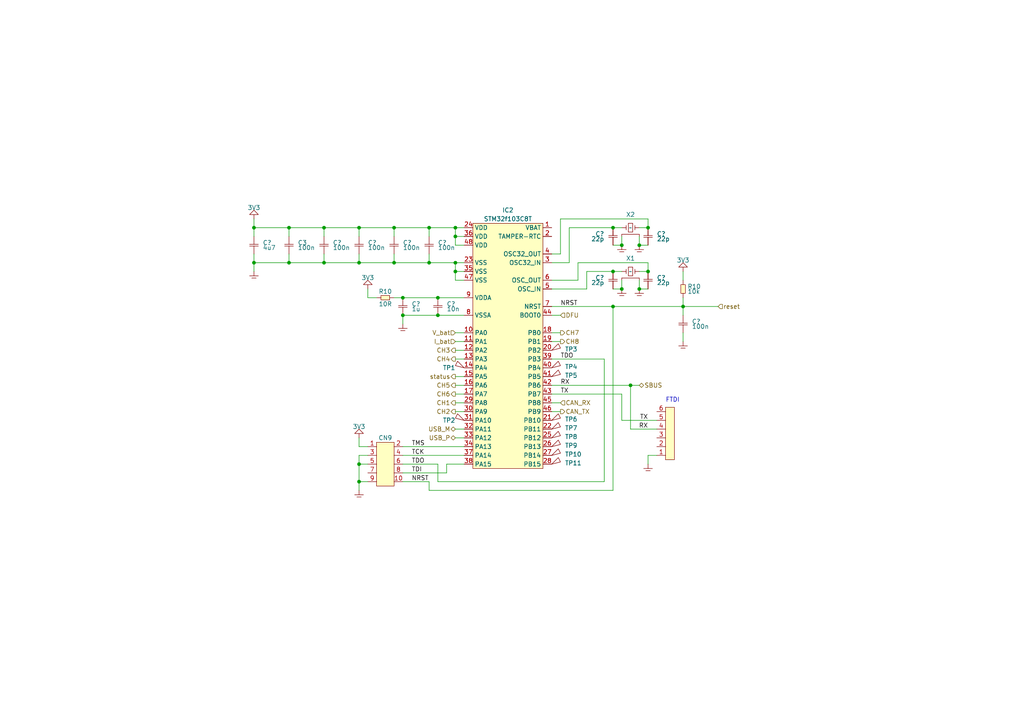
<source format=kicad_sch>
(kicad_sch (version 20230121) (generator eeschema)
  (paper "A4")
  (title_block (title "CAN bus to RC servo adapter") (date "2024-01-14") (rev "0") (comment 1 "Microcontroller and programming headers"))
  (lib_symbols
    (symbol "MCU:STM32f103C8T"
      (property "Reference" "IC?" (at 0 35.56 0))
      (property "Value" "STM32f103C8T" (at 0 33.02 0))
      (property "DigiKey" "497-17666-1-ND" (at 0 0 0))
      (property "MPN" "STM32F103C8T6TR" (at 0 0 0))
      (symbol "STM32f103C8T_1_1"
        (rectangle (start -10.16 29.21) (end 10.16 -41.91) (fill (type background)))
        (pin input line (at 12.7 27.94 180) (length 2.54) (name "VBAT") (number "1"))
        (pin bidirectional line (at -12.7 -2.54 0) (length 2.54) (name "PA0") (number "10"))
        (pin bidirectional line (at -12.7 -5.08 0) (length 2.54) (name "PA1") (number "11"))
        (pin bidirectional line (at -12.7 -7.62 0) (length 2.54) (name "PA2") (number "12"))
        (pin bidirectional line (at -12.7 -10.16 0) (length 2.54) (name "PA3") (number "13"))
        (pin bidirectional line (at -12.7 -12.7 0) (length 2.54) (name "PA4") (number "14"))
        (pin bidirectional line (at -12.7 -15.24 0) (length 2.54) (name "PA5") (number "15"))
        (pin bidirectional line (at -12.7 -17.78 0) (length 2.54) (name "PA6") (number "16"))
        (pin bidirectional line (at -12.7 -20.32 0) (length 2.54) (name "PA7") (number "17"))
        (pin bidirectional line (at 12.7 -2.54 180) (length 2.54) (name "PB0") (number "18"))
        (pin bidirectional line (at 12.7 -5.08 180) (length 2.54) (name "PB1") (number "19"))
        (pin bidirectional line (at 12.7 25.4 180) (length 2.54) (name "TAMPER-RTC") (number "2"))
        (pin bidirectional line (at 12.7 -7.62 180) (length 2.54) (name "PB2") (number "20"))
        (pin bidirectional line (at 12.7 -27.94 180) (length 2.54) (name "PB10") (number "21"))
        (pin bidirectional line (at 12.7 -30.48 180) (length 2.54) (name "PB11") (number "22"))
        (pin power_in line (at -12.7 17.78 0) (length 2.54) (name "VSS") (number "23"))
        (pin power_in line (at -12.7 27.94 0) (length 2.54) (name "VDD") (number "24"))
        (pin bidirectional line (at 12.7 -33.02 180) (length 2.54) (name "PB12") (number "25"))
        (pin bidirectional line (at 12.7 -35.56 180) (length 2.54) (name "PB13") (number "26"))
        (pin bidirectional line (at 12.7 -38.1 180) (length 2.54) (name "PB14") (number "27"))
        (pin bidirectional line (at 12.7 -40.64 180) (length 2.54) (name "PB15") (number "28"))
        (pin bidirectional line (at -12.7 -22.86 0) (length 2.54) (name "PA8") (number "29"))
        (pin input line (at 12.7 17.78 180) (length 2.54) (name "OSC32_IN") (number "3"))
        (pin bidirectional line (at -12.7 -25.4 0) (length 2.54) (name "PA9") (number "30"))
        (pin bidirectional line (at -12.7 -27.94 0) (length 2.54) (name "PA10") (number "31"))
        (pin bidirectional line (at -12.7 -30.48 0) (length 2.54) (name "PA11") (number "32"))
        (pin bidirectional line (at -12.7 -33.02 0) (length 2.54) (name "PA12") (number "33"))
        (pin bidirectional line (at -12.7 -35.56 0) (length 2.54) (name "PA13") (number "34"))
        (pin power_in line (at -12.7 15.24 0) (length 2.54) (name "VSS") (number "35"))
        (pin power_in line (at -12.7 25.4 0) (length 2.54) (name "VDD") (number "36"))
        (pin bidirectional line (at -12.7 -38.1 0) (length 2.54) (name "PA14") (number "37"))
        (pin bidirectional line (at -12.7 -40.64 0) (length 2.54) (name "PA15") (number "38"))
        (pin bidirectional line (at 12.7 -10.16 180) (length 2.54) (name "PB3") (number "39"))
        (pin output line (at 12.7 20.32 180) (length 2.54) (name "OSC32_OUT") (number "4"))
        (pin bidirectional line (at 12.7 -12.7 180) (length 2.54) (name "PB4") (number "40"))
        (pin bidirectional line (at 12.7 -15.24 180) (length 2.54) (name "PB5") (number "41"))
        (pin bidirectional line (at 12.7 -17.78 180) (length 2.54) (name "PB6") (number "42"))
        (pin bidirectional line (at 12.7 -20.32 180) (length 2.54) (name "PB7") (number "43"))
        (pin input line (at 12.7 2.54 180) (length 2.54) (name "BOOT0") (number "44"))
        (pin bidirectional line (at 12.7 -22.86 180) (length 2.54) (name "PB8") (number "45"))
        (pin bidirectional line (at 12.7 -25.4 180) (length 2.54) (name "PB9") (number "46"))
        (pin power_in line (at -12.7 12.7 0) (length 2.54) (name "VSS") (number "47"))
        (pin power_in line (at -12.7 22.86 0) (length 2.54) (name "VDD") (number "48"))
        (pin input line (at 12.7 10.16 180) (length 2.54) (name "OSC_IN") (number "5"))
        (pin output line (at 12.7 12.7 180) (length 2.54) (name "OSC_OUT") (number "6"))
        (pin input line (at 12.7 5.08 180) (length 2.54) (name "NRST") (number "7"))
        (pin power_in line (at -12.7 2.54 0) (length 2.54) (name "VSSA") (number "8"))
        (pin power_in line (at -12.7 7.62 0) (length 2.54) (name "VDDA") (number "9"))
      )
    )
    (symbol "PCB:test_point" (pin_numbers hide) (pin_names (offset 0) hide)
      (property "Reference" "TP" (at 5.08 1.27 0))
      (symbol "test_point_0_1"
        (polyline (pts (xy 0 0) (xy 0 0)))
        (polyline (pts (xy 0 0) (xy 2.54 0.635) (xy 1.905 1.905) (xy 0 0)))
      )
      (symbol "test_point_1_1"
        (pin output line (at 0 0 0) (length 2.54) hide (name "TP") (number "1"))
      )
    )
    (symbol "generic:3V3" (power) (pin_numbers hide) (pin_names (offset 0) hide)
      (property "Value" "3V3" (at 0 3.81 0))
      (symbol "3V3_0_1"
        (polyline (pts (xy 0 0) (xy 0 1.27) (xy -1.27 1.27) (xy 0 2.54) (xy 1.27 1.27) (xy 0 1.27)))
      )
      (symbol "3V3_1_1"
        (pin power_in line (at 0 0 90) (length 2.54) hide (name "3V3") (number "~"))
      )
    )
    (symbol "generic:C" (pin_numbers hide) (pin_names (offset 0) hide)
      (property "Reference" "C" (at 2.54 0 0))
      (symbol "C_0_1"
        (polyline (pts (xy -1.27 -0.254) (xy 1.27 -0.254)))
        (polyline (pts (xy 1.27 0.254) (xy -1.27 0.254)))
      )
      (symbol "C_1_1"
        (pin bidirectional line (at 0 2.54 270) (length 2.3114) (name "~") (number "1"))
        (pin bidirectional line (at 0 -2.54 90) (length 2.3114) (name "~") (number "2"))
      )
    )
    (symbol "generic:GND" (power) (pin_numbers hide) (pin_names (offset 0) hide)
      (symbol "GND_0_1"
        (polyline (pts (xy -1.27 -1.27) (xy 1.27 -1.27)))
        (polyline (pts (xy 0 -2.54) (xy 0 -2.54)))
        (polyline (pts (xy 0 -1.27) (xy 0 0)))
        (polyline (pts (xy 0.635 -1.905) (xy -0.635 -1.905)))
      )
      (symbol "GND_1_1"
        (pin power_in line (at 0 0 270) (length 2.54) hide (name "GND") (number "~"))
      )
    )
    (symbol "generic:R" (pin_numbers hide) (pin_names (offset 0) hide)
      (property "Reference" "R" (at 0 1.905 0))
      (symbol "R_0_1"
        (rectangle (start -1.27 0.635) (end 1.27 -0.635) (fill (type background)))
      )
      (symbol "R_1_1"
        (pin bidirectional line (at -2.54 0 0) (length 1.27) (name "~") (number "1"))
        (pin bidirectional line (at 2.54 0 180) (length 1.27) (name "~") (number "2"))
      )
    )
    (symbol "generic:xtal_gnd" (pin_numbers hide) (pin_names hide)
      (property "Reference" "X" (at 0 2.54 0))
      (symbol "xtal_gnd_0_1"
        (rectangle (start -0.635 1.27) (end 0.635 -1.27))
        (polyline (pts (xy -1.27 0.635) (xy -1.27 -0.635)))
        (polyline (pts (xy 1.27 0.635) (xy 1.27 -0.635)))
        (polyline (pts (xy 2.54 -1.905) (xy -2.54 -1.905)))
      )
      (symbol "xtal_gnd_1_1"
        (pin bidirectional line (at -2.54 0 0) (length 1.27) (name "") (number "1"))
        (pin bidirectional line (at -2.54 -2.54 90) (length 0.635) (name "") (number "2"))
        (pin bidirectional line (at 2.54 0 180) (length 1.27) (name "") (number "3"))
        (pin bidirectional line (at 2.54 -2.54 90) (length 0.635) (name "") (number "4"))
      )
    )
    (symbol "pin_headers:1x6" (pin_names (offset 1.016))
      (property "Reference" "CN" (at 2.54 7.62 0))
      (symbol "1x6_1_1"
        (rectangle (start 2.54 6.35) (end 5.08 -8.89) (fill (type background)))
        (pin bidirectional line (at 0 5.08 0) (length 2.54) (name "~") (number "1"))
        (pin bidirectional line (at 0 2.54 0) (length 2.54) (name "~") (number "2"))
        (pin bidirectional line (at 0 0 0) (length 2.54) (name "~") (number "3"))
        (pin bidirectional line (at 0 -2.54 0) (length 2.54) (name "~") (number "4"))
        (pin bidirectional line (at 0 -5.08 0) (length 2.54) (name "~") (number "5"))
        (pin bidirectional line (at 0 -7.62 0) (length 2.54) (name "~") (number "6"))
      )
    )
    (symbol "pin_headers:2x5" (pin_names (offset 1.016))
      (property "Reference" "CN" (at 0 7.62 0))
      (symbol "2x5_1_1"
        (rectangle (start -2.54 6.35) (end 2.54 -6.35) (fill (type background)))
        (pin bidirectional line (at -5.08 5.08 0) (length 2.54) (name "~") (number "1"))
        (pin bidirectional line (at 5.08 -5.08 180) (length 2.54) (name "~") (number "10"))
        (pin bidirectional line (at 5.08 5.08 180) (length 2.54) (name "~") (number "2"))
        (pin bidirectional line (at -5.08 2.54 0) (length 2.54) (name "~") (number "3"))
        (pin bidirectional line (at 5.08 2.54 180) (length 2.54) (name "~") (number "4"))
        (pin bidirectional line (at -5.08 0 0) (length 2.54) (name "~") (number "5"))
        (pin bidirectional line (at 5.08 0 180) (length 2.54) (name "~") (number "6"))
        (pin bidirectional line (at -5.08 -2.54 0) (length 2.54) (name "~") (number "7"))
        (pin bidirectional line (at 5.08 -2.54 180) (length 2.54) (name "~") (number "8"))
        (pin bidirectional line (at -5.08 -5.08 0) (length 2.54) (name "~") (number "9"))
      )
    )
    (symbol "xtal_gnd_1" (pin_numbers hide) (pin_names hide)
      (property "Reference" "X" (at 0 2.54 0))
      (symbol "xtal_gnd_1_0_1"
        (rectangle (start -0.635 1.27) (end 0.635 -1.27))
        (polyline (pts (xy -1.27 0.635) (xy -1.27 -0.635)))
        (polyline (pts (xy 1.27 0.635) (xy 1.27 -0.635)))
        (polyline (pts (xy 2.54 -1.905) (xy -2.54 -1.905)))
      )
      (symbol "xtal_gnd_1_1_1"
        (pin bidirectional line (at -2.54 0 0) (length 1.27) (name "") (number "1"))
        (pin bidirectional line (at -2.54 -2.54 90) (length 0.635) (name "") (number "2"))
        (pin bidirectional line (at 2.54 0 180) (length 1.27) (name "") (number "3"))
        (pin bidirectional line (at 2.54 -2.54 90) (length 0.635) (name "") (number "4"))
      )
    )
  )
  (junction (at 187.96 66.04))
  (junction (at 127 91.44))
  (junction (at 124.46 76.2))
  (junction (at 104.14 66.04))
  (junction (at 185.42 83.82))
  (junction (at 132.08 76.2))
  (junction (at 104.14 76.2))
  (junction (at 83.82 76.2))
  (junction (at 116.84 91.44))
  (junction (at 93.98 66.04))
  (junction (at 73.66 76.2))
  (junction (at 73.66 66.04))
  (junction (at 132.08 78.74))
  (junction (at 187.96 78.74))
  (junction (at 93.98 76.2))
  (junction (at 132.08 68.58))
  (junction (at 182.88 111.76))
  (junction (at 104.14 134.62))
  (junction (at 185.42 71.12))
  (junction (at 180.34 83.82))
  (junction (at 198.12 88.9))
  (junction (at 177.8 78.74))
  (junction (at 114.3 66.04))
  (junction (at 116.84 86.36))
  (junction (at 114.3 76.2))
  (junction (at 104.14 139.7))
  (junction (at 177.8 66.04))
  (junction (at 180.34 71.12))
  (junction (at 127 86.36))
  (junction (at 177.8 88.9))
  (junction (at 124.46 66.04))
  (junction (at 83.82 66.04))
  (junction (at 132.08 66.04))
  (wire (pts (xy 160.02 99.06) (xy 162.56 99.06)))
  (wire (pts (xy 124.46 66.04) (xy 114.3 66.04)))
  (wire (pts (xy 187.96 76.2) (xy 187.96 78.74)))
  (wire (pts (xy 182.88 124.46) (xy 182.88 111.76)))
  (wire (pts (xy 180.34 121.92) (xy 190.5 121.92)))
  (wire (pts (xy 132.08 127) (xy 134.62 127)))
  (wire (pts (xy 160.02 73.66) (xy 162.56 73.66)))
  (wire (pts (xy 127 139.7) (xy 175.26 139.7)))
  (wire (pts (xy 73.66 63.5) (xy 73.66 66.04)))
  (wire (pts (xy 93.98 73.66) (xy 93.98 76.2)))
  (wire (pts (xy 160.02 114.3) (xy 180.34 114.3)))
  (wire (pts (xy 132.08 78.74) (xy 134.62 78.74)))
  (wire (pts (xy 180.34 81.28) (xy 180.34 83.82)))
  (wire (pts (xy 132.08 101.6) (xy 134.62 101.6)))
  (wire (pts (xy 182.88 124.46) (xy 190.5 124.46)))
  (wire (pts (xy 104.14 129.54) (xy 106.68 129.54)))
  (wire (pts (xy 106.68 83.82) (xy 106.68 86.36)))
  (wire (pts (xy 93.98 66.04) (xy 93.98 68.58)))
  (wire (pts (xy 73.66 66.04) (xy 73.66 68.58)))
  (wire (pts (xy 127 134.62) (xy 127 139.7)))
  (wire (pts (xy 93.98 66.04) (xy 83.82 66.04)))
  (wire (pts (xy 177.8 66.04) (xy 180.34 66.04)))
  (wire (pts (xy 160.02 111.76) (xy 182.88 111.76)))
  (wire (pts (xy 93.98 76.2) (xy 104.14 76.2)))
  (wire (pts (xy 114.3 66.04) (xy 104.14 66.04)))
  (wire (pts (xy 132.08 99.06) (xy 134.62 99.06)))
  (wire (pts (xy 132.08 76.2) (xy 132.08 78.74)))
  (wire (pts (xy 132.08 81.28) (xy 132.08 78.74)))
  (wire (pts (xy 132.08 66.04) (xy 124.46 66.04)))
  (wire (pts (xy 160.02 116.84) (xy 162.56 116.84)))
  (wire (pts (xy 132.08 76.2) (xy 134.62 76.2)))
  (wire (pts (xy 198.12 78.74) (xy 198.12 81.28)))
  (wire (pts (xy 124.46 66.04) (xy 124.46 68.58)))
  (wire (pts (xy 129.54 134.62) (xy 134.62 134.62)))
  (wire (pts (xy 116.84 134.62) (xy 127 134.62)))
  (wire (pts (xy 116.84 91.44) (xy 116.84 93.98)))
  (wire (pts (xy 124.46 142.24) (xy 177.8 142.24)))
  (wire (pts (xy 114.3 66.04) (xy 114.3 68.58)))
  (wire (pts (xy 114.3 86.36) (xy 116.84 86.36)))
  (wire (pts (xy 132.08 66.04) (xy 134.62 66.04)))
  (wire (pts (xy 104.14 73.66) (xy 104.14 76.2)))
  (wire (pts (xy 132.08 96.52) (xy 134.62 96.52)))
  (wire (pts (xy 83.82 66.04) (xy 83.82 68.58)))
  (wire (pts (xy 124.46 73.66) (xy 124.46 76.2)))
  (wire (pts (xy 114.3 76.2) (xy 124.46 76.2)))
  (wire (pts (xy 132.08 68.58) (xy 132.08 66.04)))
  (wire (pts (xy 165.1 76.2) (xy 165.1 66.04)))
  (wire (pts (xy 162.56 73.66) (xy 162.56 63.5)))
  (wire (pts (xy 116.84 132.08) (xy 134.62 132.08)))
  (wire (pts (xy 198.12 88.9) (xy 198.12 91.44)))
  (wire (pts (xy 160.02 96.52) (xy 162.56 96.52)))
  (wire (pts (xy 177.8 71.12) (xy 180.34 71.12)))
  (wire (pts (xy 104.14 139.7) (xy 106.68 139.7)))
  (wire (pts (xy 114.3 73.66) (xy 114.3 76.2)))
  (wire (pts (xy 185.42 71.12) (xy 187.96 71.12)))
  (wire (pts (xy 129.54 137.16) (xy 129.54 134.62)))
  (wire (pts (xy 104.14 76.2) (xy 114.3 76.2)))
  (wire (pts (xy 132.08 68.58) (xy 134.62 68.58)))
  (wire (pts (xy 124.46 76.2) (xy 132.08 76.2)))
  (wire (pts (xy 160.02 119.38) (xy 162.56 119.38)))
  (wire (pts (xy 167.64 76.2) (xy 187.96 76.2)))
  (wire (pts (xy 160.02 83.82) (xy 170.18 83.82)))
  (wire (pts (xy 116.84 86.36) (xy 127 86.36)))
  (wire (pts (xy 116.84 129.54) (xy 134.62 129.54)))
  (wire (pts (xy 170.18 78.74) (xy 177.8 78.74)))
  (wire (pts (xy 104.14 134.62) (xy 106.68 134.62)))
  (wire (pts (xy 165.1 66.04) (xy 177.8 66.04)))
  (wire (pts (xy 187.96 132.08) (xy 187.96 134.62)))
  (wire (pts (xy 177.8 78.74) (xy 180.34 78.74)))
  (wire (pts (xy 83.82 76.2) (xy 93.98 76.2)))
  (wire (pts (xy 187.96 63.5) (xy 187.96 66.04)))
  (wire (pts (xy 116.84 139.7) (xy 124.46 139.7)))
  (wire (pts (xy 134.62 81.28) (xy 132.08 81.28)))
  (wire (pts (xy 190.5 132.08) (xy 187.96 132.08)))
  (wire (pts (xy 132.08 71.12) (xy 132.08 68.58)))
  (wire (pts (xy 177.8 83.82) (xy 180.34 83.82)))
  (wire (pts (xy 180.34 114.3) (xy 180.34 121.92)))
  (wire (pts (xy 124.46 139.7) (xy 124.46 142.24)))
  (wire (pts (xy 177.8 88.9) (xy 198.12 88.9)))
  (wire (pts (xy 160.02 91.44) (xy 162.56 91.44)))
  (wire (pts (xy 198.12 96.52) (xy 198.12 99.06)))
  (wire (pts (xy 162.56 63.5) (xy 187.96 63.5)))
  (wire (pts (xy 167.64 81.28) (xy 160.02 81.28)))
  (wire (pts (xy 116.84 137.16) (xy 129.54 137.16)))
  (wire (pts (xy 104.14 66.04) (xy 93.98 66.04)))
  (wire (pts (xy 132.08 104.14) (xy 134.62 104.14)))
  (wire (pts (xy 106.68 132.08) (xy 104.14 132.08)))
  (wire (pts (xy 160.02 88.9) (xy 177.8 88.9)))
  (wire (pts (xy 134.62 71.12) (xy 132.08 71.12)))
  (wire (pts (xy 185.42 81.28) (xy 185.42 83.82)))
  (wire (pts (xy 160.02 76.2) (xy 165.1 76.2)))
  (wire (pts (xy 73.66 76.2) (xy 73.66 73.66)))
  (wire (pts (xy 182.88 111.76) (xy 185.42 111.76)))
  (wire (pts (xy 106.68 86.36) (xy 109.22 86.36)))
  (wire (pts (xy 160.02 104.14) (xy 175.26 104.14)))
  (wire (pts (xy 83.82 73.66) (xy 83.82 76.2)))
  (wire (pts (xy 198.12 88.9) (xy 208.28 88.9)))
  (wire (pts (xy 73.66 76.2) (xy 83.82 76.2)))
  (wire (pts (xy 132.08 114.3) (xy 134.62 114.3)))
  (wire (pts (xy 73.66 76.2) (xy 73.66 78.74)))
  (wire (pts (xy 83.82 66.04) (xy 73.66 66.04)))
  (wire (pts (xy 132.08 116.84) (xy 134.62 116.84)))
  (wire (pts (xy 127 91.44) (xy 134.62 91.44)))
  (wire (pts (xy 167.64 76.2) (xy 167.64 81.28)))
  (wire (pts (xy 175.26 139.7) (xy 175.26 104.14)))
  (wire (pts (xy 132.08 124.46) (xy 134.62 124.46)))
  (wire (pts (xy 177.8 88.9) (xy 177.8 142.24)))
  (wire (pts (xy 104.14 66.04) (xy 104.14 68.58)))
  (wire (pts (xy 185.42 68.58) (xy 185.42 71.12)))
  (wire (pts (xy 104.14 132.08) (xy 104.14 134.62)))
  (wire (pts (xy 185.42 78.74) (xy 187.96 78.74)))
  (wire (pts (xy 104.14 127) (xy 104.14 129.54)))
  (wire (pts (xy 132.08 111.76) (xy 134.62 111.76)))
  (wire (pts (xy 180.34 68.58) (xy 180.34 71.12)))
  (wire (pts (xy 104.14 139.7) (xy 104.14 134.62)))
  (wire (pts (xy 198.12 86.36) (xy 198.12 88.9)))
  (wire (pts (xy 127 86.36) (xy 134.62 86.36)))
  (wire (pts (xy 132.08 109.22) (xy 134.62 109.22)))
  (wire (pts (xy 170.18 83.82) (xy 170.18 78.74)))
  (wire (pts (xy 132.08 119.38) (xy 134.62 119.38)))
  (wire (pts (xy 116.84 91.44) (xy 127 91.44)))
  (wire (pts (xy 185.42 83.82) (xy 187.96 83.82)))
  (wire (pts (xy 104.14 142.24) (xy 104.14 139.7)))
  (wire (pts (xy 185.42 66.04) (xy 187.96 66.04)))
  (text "FTDI" (at 193.04 116.84 0) (effects (font (size 1.27 1.27)) (justify left bottom)))
  (label "TX" (at 187.96 121.92 180))
  (label "TMS" (at 119.38 129.54 0))
  (label "TX" (at 162.56 114.3 0))
  (label "TDO" (at 119.38 134.62 0))
  (label "RX" (at 162.56 111.76 0))
  (label "TDO" (at 162.56 104.14 0))
  (label "NRST" (at 162.56 88.9 0))
  (label "NRST" (at 119.38 139.7 0))
  (label "RX" (at 187.96 124.46 180))
  (label "TDI" (at 119.38 137.16 0))
  (label "TCK" (at 119.38 132.08 0))
  (hierarchical_label "status" (shape output) (at 132.08 109.22 180))
  (hierarchical_label "CH5" (shape output) (at 132.08 111.76 180))
  (hierarchical_label "CH1" (shape output) (at 132.08 116.84 180))
  (hierarchical_label "reset" (shape input) (at 208.28 88.9 0))
  (hierarchical_label "CAN_TX" (shape output) (at 162.56 119.38 0))
  (hierarchical_label "CAN_RX" (shape input) (at 162.56 116.84 0))
  (hierarchical_label "CH3" (shape output) (at 132.08 101.6 180))
  (hierarchical_label "USB_M" (shape bidirectional) (at 132.08 124.46 180))
  (hierarchical_label "SBUS" (shape bidirectional) (at 185.42 111.76 0))
  (hierarchical_label "CH6" (shape output) (at 132.08 114.3 180))
  (hierarchical_label "USB_P" (shape bidirectional) (at 132.08 127 180))
  (hierarchical_label "CH8" (shape output) (at 162.56 99.06 0))
  (hierarchical_label "V_bat" (shape input) (at 132.08 96.52 180))
  (hierarchical_label "CH2" (shape output) (at 132.08 119.38 180))
  (hierarchical_label "DFU" (shape input) (at 162.56 91.44 0))
  (hierarchical_label "CH7" (shape output) (at 162.56 96.52 0))
  (hierarchical_label "I_bat" (shape input) (at 132.08 99.06 180))
  (hierarchical_label "CH4" (shape output) (at 132.08 104.14 180))
  (symbol (lib_id "PCB:test_point") (at 160.02 121.92 0) (unit 1)
    (property "Reference" "TP6" (at 163.83 121.6025 0) (effects (justify left)))
    (property "Value" "test_point" (effects hide))
    (property "Footprint" "PCB:test_point" (effects hide))
  )
  (symbol (lib_name "xtal_gnd_1") (lib_id "generic:xtal_gnd") (at 182.88 78.74 0) (unit 1)
    (property "Reference" "X1" (at 182.88 74.93 0))
    (property "Value" "~" (at 182.88 78.74 0))
  )
  (symbol (lib_id "generic:xtal_gnd") (at 182.88 66.04 0) (unit 1)
    (property "Reference" "X2" (at 182.88 62.23 0))
    (property "Value" "~" (at 182.88 66.04 0))
  )
  (symbol (lib_id "generic:C") (at 114.3 71.12 0) (unit 1)
    (property "Reference" "C?" (at 116.84 71.12 0) (effects (justify left bottom)))
    (property "Value" "100n" (at 116.84 71.12 0) (effects (justify left top)))
    (property "Footprint" "SMT:0603" (effects hide))
    (instances (project "pcb" (path "" (reference "C?") (unit 1)) (path "" (reference "C11") (unit 1))))
  )
  (symbol (lib_id "generic:C") (at 177.8 68.58 0) (mirror y) (unit 1)
    (property "Reference" "C?" (at 175.26 68.58 0) (effects (justify left bottom)))
    (property "Value" "22p" (at 175.26 68.58 0) (effects (justify left top)))
    (property "Footprint" "SMT:0603" (effects hide))
    (instances (project "pcb" (path "" (reference "C?") (unit 1)) (path "" (reference "C18") (unit 1))))
  )
  (symbol (lib_id "PCB:test_point") (at 160.02 124.46 0) (unit 1)
    (property "Reference" "TP7" (at 163.83 124.1425 0) (effects (justify left)))
    (property "Value" "test_point" (effects hide))
    (property "Footprint" "PCB:test_point" (effects hide))
  )
  (symbol (lib_id "generic:C") (at 187.96 81.28 0) (unit 1)
    (property "Reference" "C?" (at 190.5 81.28 0) (effects (justify left bottom)))
    (property "Value" "22p" (at 190.5 81.28 0) (effects (justify left top)))
    (property "Footprint" "SMT:0603" (effects hide))
    (instances (project "pcb" (path "" (reference "C?") (unit 1)) (path "" (reference "C16") (unit 1))))
  )
  (symbol (lib_id "PCB:test_point") (at 160.02 106.68 0) (unit 1)
    (property "Reference" "TP4" (at 163.83 106.3625 0) (effects (justify left)))
    (property "Value" "test_point" (effects hide))
    (property "Footprint" "PCB:test_point" (effects hide))
  )
  (symbol (lib_id "generic:3V3") (at 73.66 63.5 0) (unit 1)
    (property "Reference" "#3V02" (effects hide))
    (property "Value" "3V3" (at 73.66 60.96 0) (effects (justify bottom)))
  )
  (symbol (lib_id "generic:C") (at 187.96 68.58 0) (unit 1)
    (property "Reference" "C?" (at 190.5 68.58 0) (effects (justify left bottom)))
    (property "Value" "22p" (at 190.5 68.58 0) (effects (justify left top)))
    (property "Footprint" "SMT:0603" (effects hide))
    (instances (project "pcb" (path "" (reference "C?") (unit 1)) (path "" (reference "C19") (unit 1))))
  )
  (symbol (lib_id "generic:C") (at 83.82 71.12 0) (unit 1)
    (property "Reference" "C3" (at 86.36 71.12 0) (effects (justify left bottom)))
    (property "Value" "100n" (at 86.36 71.12 0) (effects (justify left top)))
    (property "Footprint" "SMT:0603" (effects hide))
    (instances (project "pcb" (path "" (reference "C3") (unit 1)) (path "" (reference "C8") (unit 1))))
  )
  (symbol (lib_id "MCU:STM32f103C8T") (at 147.32 93.98 0) (unit 1)
    (property "Reference" "IC2" (at 147.32 60.96 0))
    (property "Value" "STM32f103C8T" (at 147.32 63.5 0))
    (property "Footprint" "QFP:LQFP-48" (effects hide))
    (property "Datasheet" "https://www.st.com/resource/en/datasheet/stm32f103c8.pdf" (effects hide))
    (property "DigiKey" "497-17666-1-ND" (effects hide))
    (property "MPN" "STM32F103C8T6TR" (effects hide))
  )
  (symbol (lib_id "generic:C") (at 116.84 88.9 0) (unit 1)
    (property "Reference" "C?" (at 119.38 88.9 0) (effects (justify left bottom)))
    (property "Value" "1u" (at 119.38 88.9 0) (effects (justify left top)))
    (property "Footprint" "SMT:0603" (effects hide))
    (instances (project "pcb" (path "" (reference "C?") (unit 1)) (path "" (reference "C15") (unit 1))))
  )
  (symbol (lib_id "PCB:test_point") (at 160.02 109.22 0) (unit 1)
    (property "Reference" "TP5" (at 163.83 108.9025 0) (effects (justify left)))
    (property "Value" "test_point" (effects hide))
    (property "Footprint" "PCB:test_point" (effects hide))
  )
  (symbol (lib_id "generic:3V3") (at 104.14 127 0) (unit 1)
    (property "Reference" "#3V05" (effects hide))
    (property "Value" "3V3" (at 104.14 124.46 0) (effects (justify bottom)))
  )
  (symbol (lib_id "generic:GND") (at 185.42 83.82 0) (unit 1)
    (property "Reference" "#GND023" (effects hide))
    (property "Value" "GND" (effects hide))
  )
  (symbol (lib_id "generic:C") (at 198.12 93.98 0) (unit 1)
    (property "Reference" "C?" (at 200.66 93.98 0) (effects (justify left bottom)))
    (property "Value" "100n" (at 200.66 93.98 0) (effects (justify left top)))
    (property "Footprint" "SMT:0603" (effects hide))
    (instances (project "pcb" (path "" (reference "C?") (unit 1)) (path "" (reference "C20") (unit 1))))
  )
  (symbol (lib_id "PCB:test_point") (at 160.02 127 0) (unit 1)
    (property "Reference" "TP8" (at 163.83 126.6825 0) (effects (justify left)))
    (property "Value" "test_point" (effects hide))
    (property "Footprint" "PCB:test_point" (effects hide))
  )
  (symbol (lib_id "generic:C") (at 177.8 81.28 0) (mirror y) (unit 1)
    (property "Reference" "C?" (at 175.26 81.28 0) (effects (justify left bottom)))
    (property "Value" "22p" (at 175.26 81.28 0) (effects (justify left top)))
    (property "Footprint" "SMT:0603" (effects hide))
    (instances (project "pcb" (path "" (reference "C?") (unit 1)) (path "" (reference "C17") (unit 1))))
  )
  (symbol (lib_id "generic:C") (at 124.46 71.12 0) (unit 1)
    (property "Reference" "C?" (at 127 71.12 0) (effects (justify left bottom)))
    (property "Value" "100n" (at 127 71.12 0) (effects (justify left top)))
    (property "Footprint" "SMT:0603" (effects hide))
    (instances (project "pcb" (path "" (reference "C?") (unit 1)) (path "" (reference "C12") (unit 1))))
  )
  (symbol (lib_id "generic:GND") (at 198.12 99.06 0) (unit 1)
    (property "Reference" "#GND026" (effects hide))
    (property "Value" "GND" (effects hide))
  )
  (symbol (lib_id "PCB:test_point") (at 160.02 101.6 0) (unit 1)
    (property "Reference" "TP3" (at 163.83 101.2825 0) (effects (justify left)))
    (property "Value" "test_point" (effects hide))
    (property "Footprint" "PCB:test_point" (effects hide))
  )
  (symbol (lib_id "generic:R") (at 198.12 83.82 90) (unit 1)
    (property "Reference" "R10" (at 199.39 83.82 90) (effects (justify right top)))
    (property "Value" "10k" (at 199.39 83.82 90) (effects (justify right bottom)))
    (property "Footprint" "SMT:0603" (effects hide))
    (property "Sim.Device" "R" (effects hide))
    (property "Sim.Pins" "1=+ 2=-" (effects hide))
    (instances (project "pcb" (path "" (reference "R10") (unit 1)) (path "" (reference "R3") (unit 1))))
  )
  (symbol (lib_id "PCB:test_point") (at 134.62 121.92 0) (mirror y) (unit 1)
    (property "Reference" "TP2" (at 132.08 121.92 0) (effects (justify left)))
    (property "Value" "test_point" (effects hide))
    (property "Footprint" "PCB:test_point" (effects hide))
  )
  (symbol (lib_id "PCB:test_point") (at 134.62 106.68 0) (mirror y) (unit 1)
    (property "Reference" "TP1" (at 132.08 106.68 0) (effects (justify left)))
    (property "Value" "test_point" (effects hide))
    (property "Footprint" "PCB:test_point" (effects hide))
  )
  (symbol (lib_id "generic:3V3") (at 106.68 83.82 0) (unit 1)
    (property "Reference" "#3V04" (effects hide))
    (property "Value" "3V3" (at 106.68 81.28 0) (effects (justify bottom)))
  )
  (symbol (lib_id "generic:GND") (at 104.14 142.24 0) (unit 1)
    (property "Reference" "#GND021" (effects hide))
    (property "Value" "GND" (effects hide))
  )
  (symbol (lib_id "generic:GND") (at 185.42 71.12 0) (unit 1)
    (property "Reference" "#GND025" (effects hide))
    (property "Value" "GND" (effects hide))
  )
  (symbol (lib_id "generic:C") (at 93.98 71.12 0) (unit 1)
    (property "Reference" "C?" (at 96.52 71.12 0) (effects (justify left bottom)))
    (property "Value" "100n" (at 96.52 71.12 0) (effects (justify left top)))
    (property "Footprint" "SMT:0603" (effects hide))
    (instances (project "pcb" (path "" (reference "C?") (unit 1)) (path "" (reference "C9") (unit 1))))
  )
  (symbol (lib_id "generic:GND") (at 116.84 93.98 0) (unit 1)
    (property "Reference" "#GND019" (effects hide))
    (property "Value" "GND" (effects hide))
  )
  (symbol (lib_id "generic:C") (at 104.14 71.12 0) (unit 1)
    (property "Reference" "C?" (at 106.68 71.12 0) (effects (justify left bottom)))
    (property "Value" "100n" (at 106.68 71.12 0) (effects (justify left top)))
    (property "Footprint" "SMT:0603" (effects hide))
    (instances (project "pcb" (path "" (reference "C?") (unit 1)) (path "" (reference "C10") (unit 1))))
  )
  (symbol (lib_id "generic:C") (at 73.66 71.12 0) (unit 1)
    (property "Reference" "C?" (at 76.2 71.12 0) (effects (justify left bottom)))
    (property "Value" "4u7" (at 76.2 71.12 0) (effects (justify left top)))
    (property "Footprint" "SMT:0603" (effects hide))
    (instances (project "pcb" (path "" (reference "C?") (unit 1)) (path "" (reference "C13") (unit 1))))
  )
  (symbol (lib_id "generic:GND") (at 180.34 83.82 0) (unit 1)
    (property "Reference" "#GND022" (effects hide))
    (property "Value" "GND" (effects hide))
  )
  (symbol (lib_id "PCB:test_point") (at 160.02 132.08 0) (unit 1)
    (property "Reference" "TP10" (at 163.83 131.7625 0) (effects (justify left)))
    (property "Value" "test_point" (effects hide))
    (property "Footprint" "PCB:test_point" (effects hide))
  )
  (symbol (lib_id "pin_headers:1x6") (at 190.5 127 0) (mirror x) (unit 1)
    (property "Reference" "CN11" (effects hide))
    (property "Value" "1x6" (effects hide))
    (property "Footprint" "pin_headers:1x6" (effects hide))
  )
  (symbol (lib_id "PCB:test_point") (at 160.02 134.62 0) (unit 1)
    (property "Reference" "TP11" (at 163.83 134.3025 0) (effects (justify left)))
    (property "Value" "test_point" (effects hide))
    (property "Footprint" "PCB:test_point" (effects hide))
  )
  (symbol (lib_id "generic:C") (at 127 88.9 0) (unit 1)
    (property "Reference" "C?" (at 129.54 88.9 0) (effects (justify left bottom)))
    (property "Value" "10n" (at 129.54 88.9 0) (effects (justify left top)))
    (property "Footprint" "SMT:0603" (effects hide))
    (instances (project "pcb" (path "" (reference "C?") (unit 1)) (path "" (reference "C14") (unit 1))))
  )
  (symbol (lib_id "generic:GND") (at 187.96 134.62 0) (unit 1)
    (property "Reference" "#GND020" (effects hide))
    (property "Value" "GND" (effects hide))
  )
  (symbol (lib_id "generic:3V3") (at 198.12 78.74 0) (unit 1)
    (property "Reference" "#3V06" (effects hide))
    (property "Value" "3V3" (at 198.12 76.2 0) (effects (justify bottom)))
  )
  (symbol (lib_id "pin_headers:2x5") (at 111.76 134.62 0) (unit 1)
    (property "Reference" "CN9" (at 111.76 127 0))
    (property "Value" "2x5" (effects hide))
    (property "Footprint" "pin_headers:2x5" (effects hide))
  )
  (symbol (lib_id "generic:R") (at 111.76 86.36 180) (unit 1)
    (property "Reference" "R10" (at 111.76 83.82 0) (effects (justify bottom)))
    (property "Value" "10R" (at 111.76 88.9 0) (effects (justify top)))
    (property "Footprint" "SMT:0603" (effects hide))
    (property "Sim.Device" "R" (effects hide))
    (property "Sim.Pins" "1=+ 2=-" (effects hide))
    (instances (project "pcb" (path "" (reference "R10") (unit 1)) (path "" (reference "R16") (unit 1))))
  )
  (symbol (lib_id "PCB:test_point") (at 160.02 129.54 0) (unit 1)
    (property "Reference" "TP9" (at 163.83 129.2225 0) (effects (justify left)))
    (property "Value" "test_point" (effects hide))
    (property "Footprint" "PCB:test_point" (effects hide))
  )
  (symbol (lib_id "generic:GND") (at 73.66 78.74 0) (unit 1)
    (property "Reference" "#GND017" (effects hide))
    (property "Value" "GND" (effects hide))
  )
  (symbol (lib_id "generic:GND") (at 180.34 71.12 0) (unit 1)
    (property "Reference" "#GND024" (effects hide))
    (property "Value" "GND" (effects hide))
  )
)
</source>
